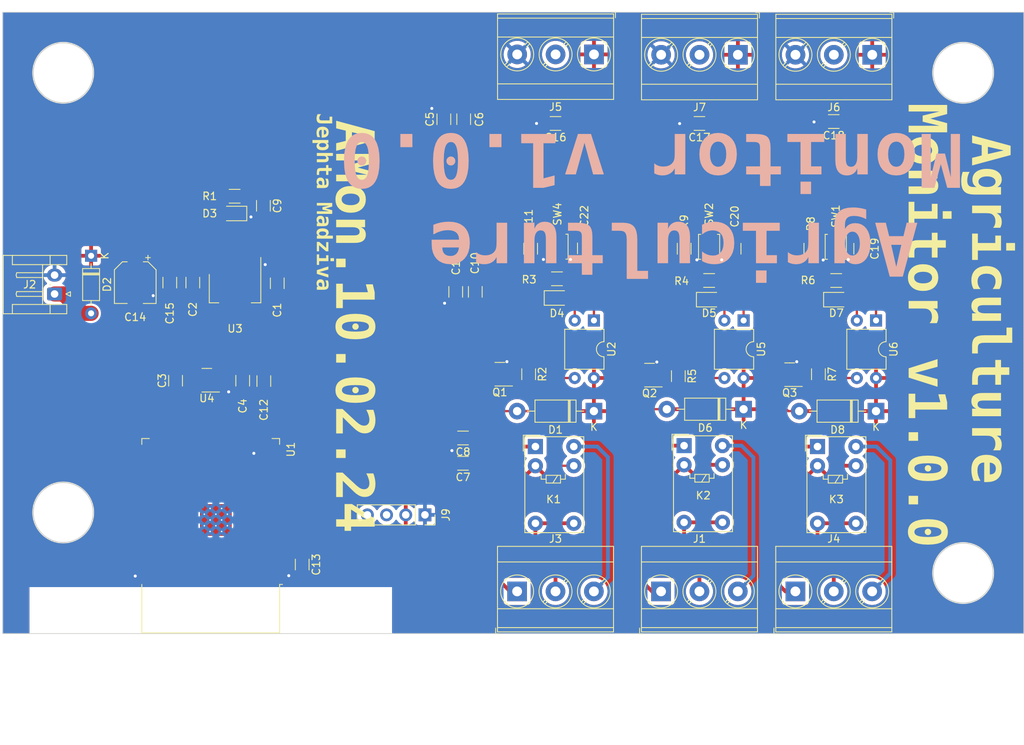
<source format=kicad_pcb>
(kicad_pcb (version 20221018) (generator pcbnew)
  (title_block (title "AMonv1") (date "2024-02-10") (rev "v1.0.0") (company "Jephta Madziva") (comment 1 "Agriculture Monitor version 1 (for one plant)"))
  (layers (0 "F.Cu" signal) (31 "B.Cu" signal) (34 "B.Paste" user) (35 "F.Paste" user) (36 "B.SilkS" user "B.Silkscreen") (37 "F.SilkS" user "F.Silkscreen") (38 "B.Mask" user) (39 "F.Mask" user) (44 "Edge.Cuts" user))
  (net 0 "")
  (net 1 "+5V")
  (net 2 "GND")
  (net 3 "Net-(D1-A)")
  (net 4 "Net-(J1-Pin_1)")
  (net 5 "VBUS")
  (net 6 "+3.3V")
  (net 7 "+BATT")
  (net 8 "Net-(D3-A)")
  (net 9 "IO0")
  (net 10 "Net-(D4-A)")
  (net 11 "Net-(D5-A)")
  (net 12 "Net-(D6-A)")
  (net 13 "Net-(D7-A)")
  (net 14 "Net-(D8-A)")
  (net 15 "Net-(J1-Pin_2)")
  (net 16 "Net-(J1-Pin_3)")
  (net 17 "Net-(J3-Pin_1)")
  (net 18 "Net-(J3-Pin_2)")
  (net 19 "Net-(J3-Pin_3)")
  (net 20 "Net-(J4-Pin_1)")
  (net 21 "Net-(J4-Pin_2)")
  (net 22 "Net-(J4-Pin_3)")
  (net 23 "AN0")
  (net 24 "AN1")
  (net 25 "AN2")
  (net 26 "SCK")
  (net 27 "SDA")
  (net 28 "Net-(Q1-G)")
  (net 29 "Net-(Q2-G)")
  (net 30 "Net-(Q3-G)")
  (net 31 "Net-(R2-Pad1)")
  (net 32 "Net-(R3-Pad2)")
  (net 33 "Net-(R4-Pad2)")
  (net 34 "Net-(R5-Pad1)")
  (net 35 "Net-(R6-Pad2)")
  (net 37 "Net-(R7-Pad1)")
  (net 38 "EN")
  (net 39 "VP")
  (net 40 "VN")
  (net 41 "IO34")
  (net 42 "IO35")
  (net 43 "IO32")
  (net 44 "IO33")
  (net 45 "IO25")
  (net 46 "IO26")
  (net 47 "IO27")
  (net 48 "IO14")
  (net 49 "IO12")
  (net 50 "IO13")
  (net 51 "SD2")
  (net 52 "SD3")
  (net 53 "CMD")
  (net 54 "CLK")
  (net 55 "SD0")
  (net 56 "SD1")
  (net 57 "IO15")
  (net 58 "IO2")
  (net 59 "IO4")
  (net 60 "IO16")
  (net 61 "IO17")
  (net 62 "IO5")
  (net 63 "IO18")
  (net 64 "IO19")
  (net 65 "IO21")
  (net 66 "RXD")
  (net 67 "TX0")
  (net 68 "IO22")
  (net 69 "IO23")
  (footprint "Capacitor_SMD:C_1206_3216Metric" (layer "F.Cu") (at 95.595 74.3795 180)
    (fp_text reference "C8")
    (fp_text value "0.1uF")
  )
  (footprint "Capacitor_SMD:C_1206_3216Metric" (layer "F.Cu") (at 69.228 66.8455 -90)
    (fp_text reference "C12")
    (fp_text value "0.1uF")
  )
  (footprint "TerminalBlock_Phoenix:TerminalBlock_Phoenix_MKDS-3-3-5.08_1x03_P5.08mm_Horizontal" (layer "F.Cu") (at 149.756 23.6255 180)
    (fp_text reference "J6")
    (fp_text value "Moisture")
  )
  (footprint "Capacitor_SMD:C_1206_3216Metric" (layer "F.Cu") (at 95.595 77.7295 180)
    (fp_text reference "C7")
    (fp_text value "0.1uF")
  )
  (footprint "TerminalBlock_Phoenix:TerminalBlock_Phoenix_MKDS-3-3-5.08_1x03_P5.08mm_Horizontal" (layer "F.Cu") (at 131.976 23.6255 180)
    (fp_text reference "J7")
    (fp_text value "Tank")
  )
  (footprint "Capacitor_SMD:C_1206_3216Metric" (layer "F.Cu") (at 107.836 32.7235 180)
    (fp_text reference "C16")
    (fp_text value "0.1uF")
  )
  (footprint "Connector_PinSocket_2.54mm:PinSocket_1x04_P2.54mm_Vertical" (layer "F.Cu") (at 90.554 84.5645 -90)
    (fp_text reference "J9")
    (fp_text value "DISPLAY-I2C")
  )
  (footprint "Resistor_SMD:R_1206_3216Metric" (layer "F.Cu") (at 104.544 49.314 -90)
    (fp_text reference "R11")
    (fp_text value "100k")
  )
  (footprint "LED_SMD:LED_0805_2012Metric" (layer "F.Cu") (at 108.0285 55.8375)
    (fp_text reference "D4")
    (fp_text value "LED")
  )
  (footprint "Button_Switch_SMD:SW_SPST_B3U-1000P" (layer "F.Cu") (at 144.93 49.06 -90)
    (fp_text reference "SW1")
    (fp_text value "SW_Push")
  )
  (footprint "Capacitor_SMD:C_1206_3216Metric" (layer "F.Cu") (at 144.666 32.4695 180)
    (fp_text reference "C18")
    (fp_text value "0.1uF")
  )
  (footprint "Resistor_SMD:R_1206_3216Metric" (layer "F.Cu") (at 124.864 49.314 -90)
    (fp_text reference "R9")
    (fp_text value "100k")
  )
  (footprint "Relay_THT:Relay_SPDT_Omron_G5V-1" (layer "F.Cu") (at 124.854 75.3955)
    (fp_text reference "K2")
    (fp_text value "G5V-1")
  )
  (footprint "Capacitor_SMD:C_1206_3216Metric" (layer "F.Cu") (at 95.684 32.1615 90)
    (fp_text reference "C6")
    (fp_text value "0.1uF")
  )
  (footprint "Connector_JST:JST_EH_S2B-EH_1x02_P2.50mm_Horizontal" (layer "F.Cu") (at 41.5345 55.3095 90)
    (fp_text reference "J2")
    (fp_text value "Conn_01x02")
  )
  (footprint "Capacitor_SMD:C_1206_3216Metric" (layer "F.Cu") (at 94.628 55.0265 -90)
    (fp_text reference "C11")
    (fp_text value "0.1uF")
  )
  (footprint "Diode_THT:D_DO-41_SOD81_P10.16mm_Horizontal" (layer "F.Cu") (at 150.254 70.8235 180)
    (fp_text reference "D8")
    (fp_text value "1N4001")
  )
  (footprint "Resistor_SMD:R_1206_3216Metric" (layer "F.Cu") (at 141.628 49.314 -90)
    (fp_text reference "R8")
    (fp_text value "100k")
  )
  (footprint "TerminalBlock_Phoenix:TerminalBlock_Phoenix_MKDS-3-3-5.08_1x03_P5.08mm_Horizontal" (layer "F.Cu") (at 112.926 23.5795 180)
    (fp_text reference "J5")
    (fp_text value "Temp + Hum")
  )
  (footprint "RF_Module:ESP32-WROOM-32" (layer "F.Cu") (at 62.199 84.3305 180)
    (fp_text reference "U1")
    (fp_text value "ESP32-WROOM-32")
  )
  (footprint "Capacitor_SMD:C_1206_3216Metric" (layer "F.Cu") (at 126.886 32.7235 180)
    (fp_text reference "C17")
    (fp_text value "0.1uF")
  )
  (footprint "Resistor_SMD:R_1206_3216Metric" (layer "F.Cu") (at 128.168 53.5205)
    (fp_text reference "R4")
    (fp_text value "1k")
  )
  (footprint "Capacitor_SMD:C_1206_3216Metric" (layer "F.Cu") (at 57.544 66.7965 -90)
    (fp_text reference "C3")
    (fp_text value "0.33uF")
  )
  (footprint "Resistor_SMD:R_1206_3216Metric" (layer "F.Cu") (at 124.092 66.19 -90)
    (fp_text reference "R5")
    (fp_text value "500")
  )
  (footprint "Relay_THT:Relay_SPDT_Omron_G5V-1" (layer "F.Cu") (at 142.5125 75.518)
    (fp_text reference "K3")
    (fp_text value "G5V-1")
  )
  (footprint "Package_TO_SOT_SMD:SOT-23" (layer "F.Cu") (at 61.6865 66.7305 180)
    (fp_text reference "U4")
    (fp_text value "MCP1700x-330xxTT")
  )
  (footprint "Package_TO_SOT_SMD:SOT-23" (layer "F.Cu") (at 100.47 65.936 180)
    (fp_text reference "Q1")
    (fp_text value "2N7002")
  )
  (footprint "Capacitor_SMD:C_1206_3216Metric" (layer "F.Cu") (at 71.006 53.8915 90)
    (fp_text reference "C1")
    (fp_text value "0.1uF")
  )
  (footprint "Button_Switch_SMD:SW_SPST_B3U-1000P" (layer "F.Cu") (at 128.166 49.06 -90)
    (fp_text reference "SW2")
    (fp_text value "SW_Push")
  )
  (footprint "Capacitor_SMD:CP_Elec_5x3.9" (layer "F.Cu") (at 52.21 53.8055 -90)
    (fp_text reference "C14")
    (fp_text value "470uF 50V")
  )
  (footprint "Resistor_SMD:R_1206_3216Metric" (layer "F.Cu") (at 108.0285 53.2975)
    (fp_text reference "R3")
    (fp_text value "1k")
  )
  (footprint "Capacitor_SMD:C_1206_3216Metric" (layer "F.Cu") (at 131.468 49.314 -90)
    (fp_text reference "C20")
    (fp_text value "100nF")
  )
  (footprint "Relay_THT:Relay_SPDT_Omron_G5V-1" (layer "F.Cu") (at 105.1745 75.518)
    (fp_text reference "K1")
    (fp_text value "G5V-1")
  )
  (footprint "Capacitor_SMD:C_1206_3216Metric" (layer "F.Cu") (at 148.232 49.314 -90)
    (fp_text reference "C19")
    (fp_text value "100nF")
  )
  (footprint "Capacitor_SMD:C_1206_3216Metric" (layer "F.Cu") (at 93.056 32.1665 90)
    (fp_text reference "C5")
    (fp_text value "0.1uF")
  )
  (footprint "Capacitor_SMD:C_1206_3216Metric" (layer "F.Cu") (at 97.217 55.0265 -90)
    (fp_text reference "C10")
    (fp_text value "0.1uF")
  )
  (footprint "Package_DIP:DIP-4_W7.62mm" (layer "F.Cu") (at 112.921 58.817 -90)
    (fp_text reference "U2")
    (fp_text value "PC817")
  )
  (footprint "Package_DIP:DIP-4_W7.62mm" (layer "F.Cu") (at 132.733 58.817 -90)
    (fp_text reference "U5")
    (fp_text value "PC817")
  )
  (footprint "TerminalBlock_Phoenix:TerminalBlock_Phoenix_MKDS-3-3-5.08_1x03_P5.08mm_Horizontal" (layer "F.Cu") (at 102.756 94.6995)
    (fp_text reference "J3")
    (fp_text value "Fan")
  )
  (footprint "Package_TO_SOT_SMD:SOT-23" (layer "F.Cu") (at 138.824 65.9975 180)
    (fp_text reference "Q3")
    (fp_text value "2N7002")
  )
  (footprint "Resistor_SMD:R_1206_3216Metric" (layer "F.Cu") (at 104.28 65.936 -90)
    (fp_text reference "R2")
    (fp_text value "500")
  )
  (footprint "Package_DIP:DIP-4_W7.62mm" (layer "F.Cu") (at 150.259 58.817 -90)
    (fp_text reference "U6")
    (fp_text value "PC817")
  )
  (footprint "Capacitor_SMD:C_1206_3216Metric" (layer "F.Cu") (at 111.656 49.265 -90)
    (fp_text reference "C22")
    (fp_text value "100nF")
  )
  (footprint "LED_SMD:LED_0805_2012Metric" (layer "F.Cu") (at 128.168 56.0605)
    (fp_text reference "D5")
    (fp_text value "LED")
  )
  (footprint "LED_SMD:LED_0805_2012Metric" (layer "F.Cu") (at 65.2855 44.6475 180)
    (fp_text reference "D3")
    (fp_text value "LED")
  )
  (footprint "Capacitor_SMD:C_1206_3216Metric" (layer "F.Cu") (at 59.83 53.8055 -90)
    (fp_text reference "C2")
    (fp_text value "0.33uF")
  )
  (footprint "LED_SMD:LED_0805_2012Metric" (layer "F.Cu") (at 145.0065 56.0605)
    (fp_text reference "D7")
    (fp_text value "LED")
  )
  (footprint "Capacitor_SMD:C_1206_3216Metric" (layer "F.Cu") (at 69.174 43.6315 -90)
    (fp_text reference "C9")
    (fp_text value "0.1uF")
  )
  (footprint "TerminalBlock_Phoenix:TerminalBlock_Phoenix_MKDS-3-3-5.08_1x03_P5.08mm_Horizontal" (layer "F.Cu") (at 121.806 94.6995)
    (fp_text reference "J1")
    (fp_text value "valve")
  )
  (footprint "Capacitor_SMD:C_1206_3216Metric" (layer "F.Cu") (at 74.308 91.1435 -90)
    (fp_text reference "C13")
    (fp_text value "0.1uF")
  )
  (footprint "Resistor_SMD:R_1206_3216Metric" (layer "F.Cu") (at 144.9865 53.5255)
    (fp_text reference "R6")
    (fp_text value "1k")
  )
  (footprint "Package_TO_SOT_SMD:SOT-223-3_TabPin2" (layer "F.Cu") (at 65.418 54.5675 -90)
    (fp_text reference "U3")
    (fp_text value "NCP1117-5.0_SOT223")
  )
  (footprint "Package_TO_SOT_SMD:SOT-23" (layer "F.Cu") (at 120.282 66.0575 180)
    (fp_text reference "Q2")
    (fp_text value "2N7002")
  )
  (footprint "Diode_THT:D_DO-35_SOD27_P7.62mm_Horizontal" (layer "F.Cu") (at 46.368 50.2495 -90)
    (fp_text reference "D2")
    (fp_text value "D_Schottky")
  )
  (footprint "Button_Switch_SMD:SW_SPST_B3U-1000P" (layer "F.Cu") (at 108.1 49.04 -90)
    (fp_text reference "SW4")
    (fp_text value "SW_Push")
  )
  (footprint "TerminalBlock_Phoenix:TerminalBlock_Phoenix_MKDS-3-3-5.08_1x03_P5.08mm_Horizontal" (layer "F.Cu") (at 139.586 94.6995)
    (fp_text reference "J4")
    (fp_text value "Pump")
  )
  (footprint "Diode_THT:D_DO-41_SOD81_P10.16mm_Horizontal" (layer "F.Cu") (at 132.728 70.5695 180)
    (fp_text reference "D6")
    (fp_text value "1N4001")
  )
  (footprint "Capacitor_SMD:C_1206_3216Metric" (layer "F.Cu") (at 56.782 53.8055 -90)
    (fp_text reference "C15")
    (fp_text value "0.1uF")
  )
  (footprint "Diode_THT:D_DO-41_SOD81_P10.16mm_Horizontal" (layer "F.Cu") (at 112.916 70.8235 180)
    (fp_text reference "D1")
    (fp_text value "1N4001")
  )
  (footprint "Resistor_SMD:R_1206_3216Metric" (layer "F.Cu") (at 65.364 42.3615 180)
    (fp_text reference "R1")
    (fp_text value "220")
  )
  (footprint "Resistor_SMD:R_1206_3216Metric" (layer "F.Cu") (at 142.634 65.936 -90)
    (fp_text reference "R7")
    (fp_text value "500")
  )
  (footprint "Capacitor_SMD:C_1206_3216Metric" (layer "F.Cu") (at 66.434 66.7965 -90)
    (fp_text reference "C4")
    (fp_text value "0.1uF")
  )
  (gr_circle (center 42.6786 26.0115) (end 38.6786 26.0115) (stroke (width 0.2)) (fill none) (layer "Edge.Cuts"))
  (gr_circle (center 42.6786 84.2475) (end 38.6786 84.2475) (stroke (width 0.2)) (fill none) (layer "Edge.Cuts"))
  (gr_rect (start 34.6586 17.9915) (end 169.812 100.2875) (stroke (width 0.1)) (fill none) (layer "Edge.Cuts"))
  (gr_circle (center 161.792 26.0115) (end 157.792 26.0115) (stroke (width 0.2)) (fill none) (layer "Edge.Cuts"))
  (gr_circle (center 161.792 92.2675) (end 157.792 92.2675) (stroke (width 0.2)) (fill none) (layer "Edge.Cuts"))
  (gr_text "Agriculture \nMonitor v1.0.0" (at 120.514 32.9215 180) (layer "B.SilkS") (effects (font (size 7 7) (thickness 1) bold) (justify bottom)))
  (gr_text "Agriculture \nMonitor v1.0.0" (at 153.724 59.4515 -90) (layer "F.SilkS") (effects (font (size 5 5) (thickness 1) bold) (justify bottom)))
  (gr_text "Jephta Madziva" (at 75.904 43.1315 -90) (layer "F.SilkS") (effects (font (size 2 2) (thickness 0.375) bold) (justify bottom)))
  (gr_text "AMon.10.02.24" (at 77.954 32.2515 -90) (layer "F.SilkS") (effects (font (size 5 5) (thickness 1) bold) (justify left bottom)))
  (segment (start 124.282 32.7235) (end 124.264 32.7415) (width 0.8) (layer "F.Cu") (net 2))
  (segment (start 143.229 50.7765) (end 143.264 50.8115) (width 0.6) (layer "F.Cu") (net 2))
  (segment (start 146.5755 50.76) (end 146.584 50.7515) (width 0.6) (layer "F.Cu") (net 2))
  (segment (start 139.7615 65.0475) (end 139.7615 64.284) (width 0.5) (layer "F.Cu") (net 2))
  (segment (start 128.1975 50.7915) (end 128.166 50.76) (width 0.6) (layer "F.Cu") (net 2))
  (segment (start 101.4075 64.275) (end 101.404 64.2715) (width 0.8) (layer "F.Cu") (net 2))
  (segment (start 71.006 52.4165) (end 70.413 52.4165) (width 0.8) (layer "F.Cu") (net 2))
  (segment (start 126.5755 50.76) (end 126.544 50.7915) (width 0.6) (layer "F.Cu") (net 2))
  (segment (start 94.628 56.5015) (end 93.184 56.5015) (width 0.8) (layer "F.Cu") (net 2))
  (segment (start 67.909 76.6165) (end 67.909 74.8205) (width 0.6) (layer "F.Cu") (net 2))
  (segment (start 67.0665 44.6475) (end 67.5255 45.1065) (width 0.8) (layer "F.Cu") (net 2))
  (segment (start 111.656 50.74) (end 109.814 50.74) (width 0.6) (layer "F.Cu") (net 2))
  (segment (start 104.544 50.7765) (end 106.1975 50.7765) (width 0.6) (layer "F.Cu") (net 2))
  (segment (start 95.684 30.6865) (end 91.509 30.6865) (width 0.8) (layer "F.Cu") (net 2))
  (segment (start 106.1975 50.7765) (end 106.234 50.74) (width 0.6) (layer "F.Cu") (net 2))
  (segment (start 121.2195 64.346) (end 121.244 64.3215) (width 0.5) (layer "F.Cu") (net 2))
  (segment (start 143.191 32.4695) (end 142.106 32.4695) (width 0.8) (layer "F.Cu") (net 2))
  (segment (start 143.264 50.8115) (end 144.8785 50.8115) (width 0.6) (layer "F.Cu") (net 2))
  (segment (start 60.825 67.6805) (end 60.234 68.2715) (width 0.6) (layer "F.Cu") (net 2))
  (segment (start 129.8365 50.789) (end 129.834 50.7915) (width 0.6) (layer "F.Cu") (net 2))
  (segment (start 63.983 67.6805) (end 64.574 68.2715) (width 0.6) (layer "F.Cu") (net 2))
  (segment (start 141.628 50.7765) (end 143.229 50.7765) (width 0.6) (layer "F.Cu") (net 2))
  (segment (start 57.544 68.2715) (end 60.234 68.2715) (width 0.6) (layer "F.Cu") (net 2))
  (segment (start 109.814 50.74) (end 106.234 50.74) (width 0.6) (layer "F.Cu") (net 2))
  (segment (start 128.166 50.76) (end 126.5755 50.76) (width 0.6) (layer "F.Cu") (net 2))
  (segment (start 52.297 92.5805) (end 52.21 92.6675) (width 0.6) (layer "F.Cu") (net 2))
  (segment (start 146.584 50.7515) (end 148.1945 50.7515) (width 0.6) (layer "F.Cu") (net 2))
  (segment (start 97.217 56.5015) (end 94.628 56.5015) (width 0.8) (layer "F.Cu") (net 2))
  (segment (start 144.8785 50.8115) (end 144.93 50.76) (width 0.6) (layer "F.Cu") (net 2))
  (segment (start 54.11 56.0055) (end 54.584 55.5315) (width 1) (layer "F.Cu") (net 2))
  (segment (start 144.93 50.76) (end 146.5755 50.76) (width 0.6) (layer "F.Cu") (net 2))
  (segment (start 67.909 76.4115) (end 67.909 76.6165) (width 0.6) (layer "F.Cu") (net 2))
  (segment (start 69.174 45.1065) (end 67.5255 45.1065) (width 0.8) (layer "F.Cu") (net 2))
  (segment (start 121.2195 65.1075) (end 121.2195 64.346) (width 0.5) (layer "F.Cu") (net 2))
  (segment (start 62.624 67.6805) (end 63.983 67.6805) (width 0.6) (layer "F.Cu") (net 2))
  (segment (start 67.718 51.4175) (end 69.414 51.4175) (width 0.8) (layer "F.Cu") (net 2))
  (segment (start 91.509 30.6865) (end 91.464 30.7315) (width 0.8) (layer "F.Cu") (net 2))
  (segment (start 52.21 56.0055) (end 54.11 56.0055) (width 1) (layer "F.Cu") (net 2))
  (segment (start 148.1945 50.7515) (end 148.232 50.789) (width 0.6) (layer "F.Cu") (net 2))
  (segment (start 74.308 92.6185) (end 72.53 92.6185) (width 0.6) (layer "F.Cu") (net 2))
  (segment (start 62.624 67.6805) (end 60.825 67.6805) (width 0.6) (layer "F.Cu") (net 2))
  (segment (start 69.228 68.3205) (end 66.483 68.3205) (width 0.6) (layer "F.Cu") (net 2))
  (segment (start 56.782 55.2805) (end 54.835 55.2805) (width 1) (layer "F.Cu") (net 2))
  (segment (start 70.949 92.5805) (end 72.492 92.5805) (width 0.6) (layer "F.Cu") (net 2))
  (segment (start 66.434 68.2715) (end 64.574 68.2715) (width 0.6) (layer "F.Cu") (net 2))
  (segment (start 94.12 74.3795) (end 94.12 77.7295) (width 0.9) (layer "F.Cu") (net 2))
  (segment (start 53.449 92.5805) (end 52.297 92.5805) (width 0.6) (layer "F.Cu") (net 2))
  (segment (start 70.413 52.4165) (end 69.414 51.4175) (width 0.8) (layer "F.Cu") (net 2))
  (segment (start 124.864 50.7765) (end 126.529 50.7765) (width 0.6) (layer "F.Cu") (net 2))
  (segment (start 54.835 55.2805) (end 54.584 55.5315) (width 1) (layer "F.Cu") (net 2))
  (segment (start 142.106 32.4695) (end 142.054 32.5215) (width 0.8) (layer "F.Cu") (net 2))
  (segment (start 93.184 56.5015) (end 93.154 56.5315) (width 0.8) (layer "F.Cu") (net 2))
  (segment (start 66.483 68.3205) (end 66.434 68.2715) (width 0.6) (layer "F.Cu") (net 2))
  (segment (start 129.834 50.7915) (end 128.1975 50.7915) (width 0.6) (layer "F.Cu") (net 2))
  (segment (start 72.492 92.5805) (end 72.53 92.6185) (width 0.6) (layer "F.Cu") (net 2))
  (segment (start 101.4075 64.986) (end 101.4075 64.275) (width 0.5) (layer "F.Cu") (net 2))
  (segment (start 66.223 44.6475) (end 67.0665 44.6475) (width 0.8) (layer "F.Cu") (net 2))
  (segment (start 56.782 55.2805) (end 59.83 55.2805) (width 1) (layer "F.Cu") (net 2))
  (segment (start 139.7615 64.284) (end 139.764 64.2815) (width 0.5) (layer "F.Cu") (net 2))
  (segment (start 105.326 32.7235) (end 105.324 32.7215) (width 0.8) (layer "F.Cu") (net 2))
  (segment (start 125.411 32.7235) (end 124.282 32.7235) (width 0.8) (layer "F.Cu") (net 2))
  (segment (start 131.468 50.789) (end 129.8365 50.789) (width 0.6) (layer "F.Cu") (net 2))
  (segment (start 126.529 50.7765) (end 126.544 50.7915) (width 0.6) (layer "F.Cu") (net 2))
  (segment (start 106.361 32.7235) (end 105.326 32.7235) (width 0.8) (layer "F.Cu") (net 2))
  (via (at 67.909 76.4115) (size 0.8) (drill 0.4) (layers "F.Cu" "B.Cu") (net 2))
  (via (at 143.264 50.8115) (size 0.8) (drill 0.4) (layers "F.Cu" "B.Cu") (net 2))
  (via (at 101.404 64.2715) (size 0.8) (drill 0.4) (layers "F.Cu" "B.Cu") (net 2))
  (via (at 67.5255 45.1065) (size 0.8) (drill 0.4) (layers "F.Cu" "B.Cu") (net 2))
  (via (at 126.544 50.7915) (size 0.8) (drill 0.4) (layers "F.Cu" "B.Cu") (net 2))
  (via (at 121.244 64.3215) (size 0.8) (drill 0.4) (layers "F.Cu" "B.Cu") (net 2))
  (via (at 52.21 92.6675) (size 0.8) (drill 0.4) (layers "F.Cu" "B.Cu") (net 2))
  (via (at 69.414 51.4175) (size 0.8) (drill 0.4) (layers "F.Cu" "B.Cu") (net 2))
  (via (at 105.324 32.7215) (size 0.8) (drill 0.4) (layers "F.Cu" "B.Cu") (net 2))
  (via (at 124.264 32.7415) (size 0.8) (drill 0.4) (layers "F.Cu" "B.Cu") (net 2))
  (via (at 64.574 68.2715) (size 0.8) (drill 0.4) (layers "F.Cu" "B.Cu") (net 2))
  (via (at 91.464 30.7315) (size 0.8) (drill 0.4) (layers "F.Cu" "B.Cu") (net 2))
  (via (at 139.764 64.2815) (size 0.8) (drill 0.4) (layers "F.Cu" "B.Cu") (net 2))
  (via (at 109.814 50.74) (size 0.8) (drill 0.4) (layers "F.Cu" "B.Cu") (net 2))
  (via (at 106.234 50.74) (size 0.8) (drill 0.4) (layers "F.Cu" "B.Cu") (net 2))
  (via (at 72.53 92.6185) (size 0.8) (drill 0.4) (layers "F.Cu" "B.Cu") (net 2))
  (via (at 146.584 50.7515) (size 0.8) (drill 0.4) (layers "F.Cu" "B.Cu") (net 2))
  (via (at 142.054 32.5215) (size 0.8) (drill 0.4) (layers "F.Cu" "B.Cu") (net 2))
  (via (at 129.834 50.7915) (size 0.8) (drill 0.4) (layers "F.Cu" "B.Cu") (net 2))
  (via (at 54.584 55.5315) (size 0.8) (drill 0.4) (layers "F.Cu" "B.Cu") (net 2))
  (via (at 94.12 76.0515) (size 0.8) (drill 0.4) (layers "F.Cu" "B.Cu") (net 2))
  (via (at 93.154 56.5315) (size 0.8) (drill 0.4) (layers "F.Cu" "B.Cu") (net 2))
  (segment (start 100.724 70.8235) (end 102.756 70.8235) (width 0.3) (layer "F.Cu") (net 3))
  (segment (start 107.582 71.8395) (end 106.566 70.8235) (width 0.3) (layer "F.Cu") (net 3))
  (segment (start 99.5325 69.632) (end 100.724 70.8235) (width 0.3) (layer "F.Cu") (net 3))
  (segment (start 106.566 70.8235) (end 102.756 70.8235) (width 0.3) (layer "F.Cu") (net 3))
  (segment (start 107.582 77.1735) (end 107.582 71.8395) (width 0.3) (layer "F.Cu") (net 3))
  (segment (start 110.2545 78.058) (end 108.4665 78.058) (width 0.3) (layer "F.Cu") (net 3))
  (segment (start 99.5325 65.936) (end 99.5325 69.632) (width 0.3) (layer "F.Cu") (net 3))
  (segment (start 108.4665 78.058) (end 107.582 77.1735) (width 0.3) (layer "F.Cu") (net 3))
  (segment (start 119.614 76.9715) (end 121.19 75.3955) (width 0.5) (layer "F.Cu") (net 4))
  (segment (start 121.806 94.6995) (end 120.612 94.6995) (width 0.5) (layer "F.Cu") (net 4))
  (segment (start 119.614 93.7015) (end 119.614 76.9715) (width 0.5) (layer "F.Cu") (net 4))
  (segment (start 121.19 75.3955) (end 124.854 75.3955) (width 0.5) (layer "F.Cu") (net 4))
  (segment (start 120.612 94.6995) (end 119.614 93.7015) (width 0.5) (layer "F.Cu") (net 4))
  (segment (start 56.782 52.3305) (end 59.83 52.3305) (width 1) (layer "F.Cu") (net 5))
  (segment (start 56.782 52.3305) (end 58.235 52.3305) (width 1) (layer "F.Cu") (net 5))
  (segment (start 62.205 52.3305) (end 63.118 51.4175) (width 1) (layer "F.Cu") (net 5))
  (segment (start 59.83 52.3305) (end 59.83 51.3575) (width 1) (layer "F.Cu") (net 5))
  (segment (start 59.89 51.4175) (end 59.83 51.3575) (width 1) (layer "F.Cu") (net 5))
  (segment (start 62.112 50.4115) (end 63.118 51.4175) (width 1) (layer "F.Cu") (net 5))
  (segment (start 63.118 51.4175) (end 59.89 51.4175) (width 1) (layer "F.Cu") (net 5))
  (segment (start 59.974 50.5915) (end 60.154 50.4115) (width 1) (layer "F.Cu") (net 5))
  (segment (start 59.83 52.3305) (end 62.205 52.3305) (width 1) (layer "F.Cu") (net 5))
  (segment (start 57.274 50.5915) (end 59.974 50.5915) (width 1) (layer "F.Cu") (net 5))
  (segment (start 56.782 51.0835) (end 57.274 50.5915) (width 1) (layer "F.Cu") (net 5))
  (segment (start 59.83 51.3575) (end 59.519 51.0465) (width 1) (layer "F.Cu") (net 5))
  (segment (start 59.519 51.0465) (end 59.974 50.5915) (width 1) (layer "F.Cu") (net 5))
  (segment (start 58.888 51.6055) (end 58.924 51.6415) (width 1) (layer "F.Cu") (net 5))
  (segment (start 56.782 52.3305) (end 56.782 51.0835) (width 1) (layer "F.Cu") (net 5))
  (segment (start 52.21 51.6055) (end 58.888 51.6055) (width 1) (layer "F.Cu") (net 5))
  (segment (start 60.154 50.4115) (end 62.112 50.4115) (width 1) (layer "F.Cu") (net 5))
  (segment (start 58.235 52.3305) (end 58.924 51.6415) (width 1) (layer "F.Cu") (net 5))
  (segment (start 58.924 51.6415) (end 59.519 51.0465) (width 1) (layer "F.Cu") (net 5))
  (segment (start 41.5345 55.3095) (end 42.694 55.3095) (width 2) (layer "F.Cu") (net 7))
  (segment (start 46.368 57.8695) (end 45.254 57.8695) (width 2) (layer "F.Cu") (net 7))
  (segment (start 45.254 57.8695) (end 42.694 55.3095) (width 2) (layer "F.Cu") (net 7))
  (segment (start 63.9015 42.3615) (end 63.9015 44.201) (width 0.3) (layer "F.Cu") (net 8))
  (segment (start 63.9015 44.201) (end 64.348 44.6475) (width 0.3) (layer "F.Cu") (net 8))
  (segment (start 110.381 56.3505) (end 109.868 55.8375) (width 0.3) (layer "F.Cu") (net 10))
  (segment (start 110.381 58.817) (end 110.381 56.3505) (width 0.3) (layer "F.Cu") (net 10))
  (segment (start 108.966 55.8375) (end 109.868 55.8375) (width 0.3) (layer "F.Cu") (net 10))
  (segment (start 130.193 56.3505) (end 130.193 58.817) (width 0.3) (layer "F.Cu") (net 11))
  (segment (start 129.1055 56.0605) (end 129.903 56.0605) (width 0.3) (layer "F.Cu") (net 11))
  (segment (start 129.903 56.0605) (end 130.193 56.3505) (width 0.3) (layer "F.Cu") (net 11))
  (segment (start 127.394 76.9195) (end 128.41 77.9355) (width 0.5) (layer "F.Cu") (net 12))
  (segment (start 128.41 77.9355) (end 129.934 77.9355) (width 0.5) (layer "F.Cu") (net 12))
  (segment (start 127.394 71.5855) (end 127.394 76.9195) (width 0.5) (layer "F.Cu") (net 12))
  (segment (start 126.378 70.5695) (end 127.394 71.5855) (width 0.5) (layer "F.Cu") (net 12))
  (segment (start 119.3445 66.0575) (end 119.3445 69.632) (width 0.3) (layer "F.Cu") (net 12))
  (segment (start 119.3445 69.632) (end 120.282 70.5695) (width 0.3) (layer "F.Cu") (net 12))
  (segment (start 122.568 70.5695) (end 126.378 70.5695) (width 0.5) (layer "F.Cu") (net 12))
  (segment (start 120.282 70.5695) (end 122.568 70.5695) (width 0.3) (layer "F.Cu") (net 12))
  (segment (start 145.944 56.0605) (end 147.429 56.0605) (width 0.3) (layer "F.Cu") (net 13))
  (segment (start 147.429 56.0605) (end 147.719 56.3505) (width 0.3) (layer "F.Cu") (net 13))
  (segment (start 147.719 56.3505) (end 147.719 58.817) (width 0.3) (layer "F.Cu") (net 13))
  (segment (start 147.5925 78.058) (end 146.0585 78.058) (width 0.5) (layer "F.Cu") (net 14))
  (segment (start 140.094 70.8235) (end 144.412 70.8235) (width 0.5) (layer "F.Cu") (net 14))
  (segment (start 145.174 71.5855) (end 145.174 77.1735) (width 0.5) (layer "F.Cu") (net 14))
  (segment (start 145.174 77.1735) (end 146.0585 78.058) (width 0.5) (layer "F.Cu") (net 14))
  (segment (start 137.8865 65.9975) (end 137.8865 70.0615) (width 0.3) (layer "F.Cu") (net 14))
  (segment (start 140.094 70.8235) (end 138.6485 70.8235) (width 0.3) (layer "F.Cu") (net 14))
  (segment (start 144.412 70.8235) (end 145.174 71.5855) (width 0.5) (layer "F.Cu") (net 14))
  (segment (start 138.6485 70.8235) (end 137.8865 70.0615) (width 0.3) (layer "F.Cu") (net 14))
  (segment (start 126.886 90.6135) (end 126.324 90.0515) (width 0.5) (layer "F.Cu") (net 15))
  (segment (start 126.324 90.0515) (end 125.534 90.0515) (width 0.5) (layer "F.Cu") (net 15))
  (segment (start 124.854 85.5555) (end 129.934 85.5555) (width 0.5) (layer "F.Cu") (net 15))
  (segment (start 126.886 94.6995) (end 126.886 90.6135) (width 0.5) (layer "F.Cu") (net 15))
  (segment (start 124.854 89.3715) (end 125.534 90.0515) (width 0.5) (layer "F.Cu") (net 15))
  (segment (start 124.854 85.5555) (end 124.854 89.3715) (width 0.5) (layer "F.Cu") (net 15))
  (segment (start 131.966 94.6995) (end 134.024 92.6415) (width 0.5) (layer "B.Cu") (net 16))
  (segment (start 134.024 92.6415) (end 134.024 76.9615) (width 0.5) (layer "B.Cu") (net 16))
  (segment (start 134.024 76.9615) (end 132.458 75.3955) (width 0.5) (layer "B.Cu") (net 16))
  (segment (start 132.458 75.3955) (end 129.934 75.3955) (width 0.5) (layer "B.Cu") (net 16))
  (segment (start 101.822 94.6995) (end 100.724 93.6015) (width 0.5) (layer "F.Cu") (net 17))
  (segment (start 102.8775 75.518) (end 105.1745 75.518) (width 0.5) (layer "F.Cu") (net 17))
  (segment (start 100.724 93.6015) (end 100.724 77.6715) (width 0.5) (layer "F.Cu") (net 17))
  (segment (start 100.724 77.6715) (end 102.8775 75.518) (width 0.5) (layer "F.Cu") (net 17))
  (segment (start 102.756 94.6995) (end 101.822 94.6995) (width 0.5) (layer "F.Cu") (net 17))
  (segment (start 105.904 89.3015) (end 105.164 88.5615) (width 0.5) (layer "F.Cu") (net 18))
  (segment (start 105.164 88.5615) (end 105.1745 88.551) (width 0.5) (layer "F.Cu") (net 18))
  (segment (start 105.1745 85.678) (end 110.2545 85.678) (width 0.5) (layer "F.Cu") (net 18))
  (segment (start 107.836 94.6995) (end 107.836 90.0235) (width 0.5) (layer "F.Cu") (net 18))
  (segment (start 105.1745 88.551) (end 105.1745 85.678) (width 0.5) (layer "F.Cu") (net 18))
  (segment (start 107.114 89.3015) (end 105.904 89.3015) (width 0.5) (layer "F.Cu") (net 18))
  (segment (start 107.836 90.0235) (end 107.114 89.3015) (width 0.5) (layer "F.Cu") (net 18))
  (segment (start 114.774 76.9215) (end 113.364 75.5115) (width 0.5) (layer "B.Cu") (net 19))
  (segment (start 113.3575 75.518) (end 110.2545 75.518) (width 0.5) (layer "B.Cu") (net 19))
  (segment (start 114.774 92.8415) (end 114.774 76.9215) (width 0.5) (layer "B.Cu") (net 19))
  (segment (start 113.364 75.5115) (end 113.3575 75.518) (width 0.5) (layer "B.Cu") (net 19))
  (segment (start 112.916 94.6995) (end 114.774 92.8415) (width 0.5) (layer "B.Cu") (net 19))
  (segment (start 137.494 93.9215) (end 137.494 77.0215) (width 0.5) (layer "F.Cu") (net 20))
  (segment (start 138.272 94.6995) (end 137.494 93.9215) (width 0.5) (layer "F.Cu") (net 20))
  (segment (start 139.586 94.6995) (end 138.272 94.6995) (width 0.5) (layer "F.Cu") (net 20))
  (segment (start 139.014 75.5015) (end 139.0305 75.518) (width 0.5) (layer "F.Cu") (net 20))
  (segment (start 137.494 77.0215) (end 139.014 75.5015) (width 0.5) (layer "F.Cu") (net 20))
  (segment (start 139.0305 75.518) (end 142.5125 75.518) (width 0.5) (layer "F.Cu") (net 20))
  (segment (start 142.5125 89.66) (end 142.5125 85.678) (width 0.5) (layer "F.Cu") (net 21))
  (segment (start 144.666 90.6535) (end 144.169 90.1565) (width 0.5) (layer "F.Cu") (net 21))
  (segment (start 144.666 94.6995) (end 144.666 90.6535) (width 0.5) (layer "F.Cu") (net 21))
  (segment (start 143.009 90.1565) (end 142.5125 89.66) (width 0.5) (layer "F.Cu") (net 21))
  (segment (start 142.5125 85.678) (end 147.5925 85.678) (width 0.5) (layer "F.Cu") (net 21))
  (segment (start 144.169 90.1565) (end 143.009 90.1565) (width 0.5) (layer "F.Cu") (net 21))
  (segment (start 150.3205 75.518) (end 147.5925 75.518) (width 0.5) (layer "B.Cu") (net 22))
  (segment (start 152.144 77.3415) (end 150.3205 75.518) (width 0.5) (layer "B.Cu") (net 22))
  (segment (start 152.144 92.3015) (end 152.144 77.3415) (width 0.5) (layer "B.Cu") (net 22))
  (segment (start 149.746 94.6995) (end 152.144 92.3015) (width 0.5) (layer "B.Cu") (net 22))
  (segment (start 104.28 67.3985) (end 101.92 67.3985) (width 0.3) (layer "F.Cu") (net 28))
  (segment (start 101.92 67.3985) (end 101.4075 66.886) (width 0.3) (layer "F.Cu") (net 28))
  (segment (start 121.2195 67.0075) (end 122.177 67.0075) (width 0.3) (layer "F.Cu") (net 29))
  (segment (start 122.177 67.0075) (end 122.822 67.6525) (width 0.3) (layer "F.Cu") (net 29))
  (segment (start 124.092 67.6525) (end 122.822 67.6525) (width 0.3) (layer "F.Cu") (net 29))
  (segment (start 140.913 66.9475) (end 141.364 67.3985) (width 0.3) (layer "F.Cu") (net 30))
  (segment (start 139.7615 66.9475) (end 140.913 66.9475) (width 0.3) (layer "F.Cu") (net 30))
  (segment (start 142.634 67.3985) (end 141.364 67.3985) (width 0.3) (layer "F.Cu") (net 30))
  (segment (start 106.82 64.4735) (end 104.28 64.4735) (width 0.3) (layer "F.Cu") (net 31))
  (segment (start 107.455 65.8705) (end 107.455 65.1085) (width 0.3) (layer "F.Cu") (net 31))
  (segment (start 108.0215 66.437) (end 107.455 65.8705) (width 0.3) (layer "F.Cu") (net 31))
  (segment (start 107.455 65.1085) (end 106.82 64.4735) (width 0.3) (layer "F.Cu") (net 31))
  (segment (start 110.381 66.437) (end 108.0215 66.437) (width 0.3) (layer "F.Cu") (net 31))
  (segment (start 112.921 54.5725) (end 111.646 53.2975) (width 0.3) (layer "F.Cu") (net 32))
  (segment (start 111.646 53.2975) (end 109.491 53.2975) (width 0.3) (layer "F.Cu") (net 32))
  (segment (start 112.921 58.817) (end 112.921 54.5725) (width 0.3) (layer "F.Cu") (net 32))
  (segment (start 132.733 54.3185) (end 131.935 53.5205) (width 0.3) (layer "F.Cu") (net 33))
  (segment (start 132.733 58.817) (end 132.733 54.3185) (width 0.3) (layer "F.Cu") (net 33))
  (segment (start 131.935 53.5205) (end 129.6305 53.5205) (width 0.3) (layer "F.Cu") (net 33))
  (segment (start 126.886 66.183) (end 127.14 66.437) (width 0.3) (layer "F.Cu") (net 34))
  (segment (start 127.14 66.437) (end 130.193 66.437) (width 0.3) (layer "F.Cu") (net 34))
  (segment (start 124.092 64.7275) (end 126.632 64.7275) (width 0.3) (layer "F.Cu") (net 34))
  (segment (start 126.886 64.9815) (end 126.886 66.183) (width 0.3) (layer "F.Cu") (net 34))
  (segment (start 126.632 64.7275) (end 126.886 64.9815) (width 0.3) (layer "F.Cu") (net 34))
  (segment (start 150.259 54.3185) (end 150.259 58.817) (width 0.3) (layer "F.Cu") (net 35))
  (segment (start 146.449 53.5255) (end 149.466 53.5255) (width 0.3) (layer "F.Cu") (net 35))
  (segment (start 149.466 53.5255) (end 150.259 54.3185) (width 0.3) (layer "F.Cu") (net 35))
  (segment (start 144.92 64.4735) (end 142.634 64.4735) (width 0.3) (layer "F.Cu") (net 37))
  (segment (start 147.719 66.437) (end 145.8675 66.437) (width 0.3) (layer "F.Cu") (net 37))
  (segment (start 145.428 65.9975) (end 145.428 64.9815) (width 0.3) (layer "F.Cu") (net 37))
  (segment (start 145.8675 66.437) (end 145.428 65.9975) (width 0.3) (layer "F.Cu") (net 37))
  (segment (start 145.428 64.9815) (end 144.92 64.4735) (width 0.3) (layer "F.Cu") (net 37))
  (segment (start 78.645 84.9605) (end 83.469 80.1365) (width 0.3) (layer "F.Cu") (net 42))
  (segment (start 83.469 80.1365) (end 83.464 80.1315) (width 0.3) (layer "F.Cu") (net 42))
  (segment (start 83.464 67.8215) (end 89.384 61.9015) (width 0.3) (layer "F.Cu") (net 42))
  (segment (start 137.604 57.1115) (end 138.655 56.0605) (width 0.3) (layer "F.Cu") (net 42))
  (segment (start 137.604 60.6315) (end 137.604 57.1115) (width 0.3) (layer "F.Cu") (net 42))
  (segment (start 89.384 61.9015) (end 136.334 61.9015) (width 0.3) (layer "F.Cu") (net 42))
  (segment (start 70.949 84.9605) (end 78.645 84.9605) (width 0.3) (layer "F.Cu") (net 42))
  (segment (start 138.655 56.0605) (end 144.069 56.0605) (width 0.3) (layer "F.Cu") (net 42))
  (segment (start 136.334 61.9015) (end 137.604 60.6315) (width 0.3) (layer "F.Cu") (net 42))
  (segment (start 83.464 80.1315) (end 83.464 67.8215) (width 0.3) (layer "F.Cu") (net 42))
  (segment (start 121.284 56.0615) (end 119.874 57.4715) (width 0.3) (layer "F.Cu") (net 43))
  (segment (start 123.055 56.0605) (end 123.054 56.0615) (width 0.3) (layer "F.Cu") (net 43))
  (segment (start 82.0035 79.911) (end 82.0035 67.602) (width 0.3) (layer "F.Cu") (net 43))
  (segment (start 82.0035 67.602) (end 89.064 60.5415) (width 0.3) (layer "F.Cu") (net 43))
  (segment (start 119.874 57.4715) (end 119.874 59.0315) (width 0.3) (layer "F.Cu") (net 43))
  (segment (start 123.054 56.0615) (end 121.284 56.0615) (width 0.3) (layer "F.Cu") (net 43))
  (segment (start 118.364 60.5415) (end 119.874 59.0315) (width 0.3) (layer "F.Cu") (net 43))
  (segment (start 127.2305 56.0605) (end 123.055 56.0605) (width 0.3) (layer "F.Cu") (net 43))
  (segment (start 78.224 83.6905) (end 70.949 83.6905) (width 0.3) (layer "F.Cu") (net 43))
  (segment (start 82.0035 79.911) (end 78.224 83.6905) (width 0.3) (layer "F.Cu") (net 43))
  (segment (start 89.064 60.5415) (end 118.364 60.5415) (width 0.3) (layer "F.Cu") (net 43))
  (segment (start 102.664 56.7415) (end 103.568 55.8375) (width 0.3) (layer "F.Cu") (net 44))
  (segment (start 103.568 55.8375) (end 107.091 55.8375) (width 0.3) (layer "F.Cu") (net 44))
  (segment (start 70.949 82.4205) (end 77.905 82.4205) (width 0.3) (layer "F.Cu") (net 44))
  (segment (start 101.344 59.5415) (end 102.664 58.2215) (width 0.3) (layer "F.Cu") (net 44))
  (segment (start 77.905 82.4205) (end 80.604 79.7215) (width 0.3) (layer "F.Cu") (net 44))
  (segment (start 80.604 66.9915) (end 88.054 59.5415) (width 0.3) (layer "F.Cu") (net 44))
  (segment (start 80.604 79.7215) (end 80.604 66.9915) (width 0.3) (layer "F.Cu") (net 44))
  (segment (start 88.054 59.5415) (end 101.344 59.5415) (width 0.3) (layer "F.Cu") (net 44))
  (segment (start 102.664 58.2215) (end 102.664 56.7415) (width 0.3) (layer "F.Cu") (net 44))
  (segment (start 108.1 47.34) (end 111.206 47.34) (width 0.3) (layer "F.Cu") (net 45))
  (segment (start 77.344 64.9115) (end 77.344 77.7815) (width 0.3) (layer "F.Cu") (net 45))
  (segment (start 96.354 45.9015) (end 77.344 64.9115) (width 0.3) (layer "F.Cu") (net 45))
  (segment (start 111.206 47.34) (end 111.656 47.79) (width 0.3) (layer "F.Cu") (net 45))
  (segment (start 77.344 77.7815) (end 73.975 81.1505) (width 0.3) (layer "F.Cu") (net 45))
  (segment (start 73.975 81.1505) (end 70.949 81.1505) (width 0.3) (layer "F.Cu") (net 45))
  (segment (start 107.654 45.9015) (end 96.354 45.9015) (width 0.3) (layer "F.Cu") (net 45))
  (segment (start 108.1 47.34) (end 108.1 46.3475) (width 0.3) (layer "F.Cu") (net 45))
  (segment (start 108.1 46.3475) (end 107.654 45.9015) (width 0.3) (layer "F.Cu") (net 45))
  (segment (start 128.166 45.6595) (end 127.608 45.1015) (width 0.3) (layer "F.Cu") (net 46))
  (segment (start 127.608 45.1015) (end 95.634 45.1015) (width 0.3) (layer "F.Cu") (net 46))
  (segment (start 73.725 79.8805) (end 70.949 79.8805) (width 0.3) (layer "F.Cu") (net 46))
  (segment (start 76.314 64.4215) (end 76.314 77.2915) (width 0.3) (layer "F.Cu") (net 46))
  (segment (start 95.634 45.1015) (end 76.314 64.4215) (width 0.3) (layer "F.Cu") (net 46))
  (segment (start 128.166 45.6595) (end 128.166 47.36) (width 0.3) (layer "F.Cu") (net 46))
  (segment (start 128.184 45.6415) (end 128.166 45.6595) (width 0.3) (layer "F.Cu") (net 46))
  (segment (start 76.314 77.2915) (end 73.725 79.8805) (width 0.3) (layer "F.Cu") (net 46))
  (segment (start 130.989 47.36) (end 131.468 47.839) (width 0.3) (layer "F.Cu") (net 46))
  (segment (start 128.166 47.36) (end 130.989 47.36) (width 0.3) (layer "F.Cu") (net 46))
  (segment (start 144.144 44.0515) (end 144.93 44.8375) (width 0.3) (layer "F.Cu") (net 47))
  (segment (start 144.93 44.8375) (end 144.93 47.36) (width 0.3) (layer "F.Cu") (net 47))
  (segment (start 74.824 76.9115) (end 74.824 63.9915) (width 0.3) (layer "F.Cu") (net 47))
  (segment (start 94.764 44.0515) (end 144.144 44.0515) (width 0.3) (layer "F.Cu") (net 47))
  (segment (start 144.93 47.36) (end 147.753 47.36) (width 0.3) (layer "F.Cu") (net 47))
  (segment (start 73.125 78.6105) (end 74.824 76.9115) (width 0.3) (layer "F.Cu") (net 47))
  (segment (start 74.824 63.9915) (end 94.764 44.0515) (width 0.3) (layer "F.Cu") (net 47))
  (segment (start 70.949 78.6105) (end 73.125 78.6105) (width 0.3) (layer "F.Cu") (net 47))
  (segment (start 147.753 47.36) (end 148.232 47.839) (width 0.3) (layer "F.Cu") (net 47))
  (zone (net 6) (net_name "+3.3V") (layer "F.Cu") (priority 1) (connect_pads (clearance 0.5)) (min_thickness 0.25) (fill yes (thermal_gap 0.5) (thermal_bridge_width 0.5))
    (polygon (pts (xy 86.274 68.5575) (xy 95.644 61.4255) (xy 151.27 61.4255) (xy 154.064 58.1235) (xy 154.064 43.1375) (xy 151.524 40.0895) (xy 92.804 40.0515) (xy 89.724 42.6815) (xy 82.844 50.0615) (xy 70.064 62.9215) (xy 67.234 63.7215) (xy 63.386 63.7115) (xy 61.862 65.2355) (xy 61.862 69.2995) (xy 59.576 71.5855) (xy 34.684 71.5855) (xy 34.684 100.2875) (xy 86.274 100.3075)))
  )
  (zone (net 1) (net_name "+5V") (layer "F.Cu") (connect_pads (clearance 0.5)) (min_thickness 0.25) (fill yes (thermal_gap 0.5) (thermal_bridge_width 0.5))
    (polygon (pts (xy 56.02 70.3155) (xy 54.75 69.0455) (xy 54.75 64.4735) (xy 56.274 63.4575) (xy 58.064 63.2315) (xy 61.154 60.7235) (xy 61.154 40.6575) (xy 63.242 38.4495) (xy 69.104 38.3915) (xy 71.714 34.2015) (xy 71.654 18.0315) (xy 76.284 18.0215) (xy 169.812 17.9915) (xy 169.812 100.2875) (xy 90.31 100.2875) (xy 87.262 97.7475) (xy 87.262 69.2995) (xy 95.848 62.7535) (xy 152.744 62.7535) (xy 155.894 58.8215) (xy 155.842 41.6135) (xy 152.794 38.3115) (xy 91.834 38.3115) (xy 88.564 41.1915) (xy 82.524 47.2915) (xy 78.794 51.3215) (xy 75.664 54.9515) (xy 73.754 57.0715) (xy 71.654 59.5115) (xy 69.324 61.8015) (xy 66.934 62.5315) (xy 63.154 62.5415) (xy 60.534 65.3615) (xy 60.592 69.0455) (xy 59.322 70.3155)))
  )
  (zone (net 5) (net_name "VBUS") (layer "F.Cu") (priority 2) (connect_pads (clearance 0.5)) (min_thickness 0.25) (fill yes (thermal_gap 0.5) (thermal_bridge_width 0.5))
    (polygon (pts (xy 34.684 69.8075) (xy 52.718 69.8075) (xy 53.48 69.0455) (xy 53.48 63.7115) (xy 55.766 62.1875) (xy 57.544 62.1875) (xy 60.084 60.1555) (xy 60.084 40.3435) (xy 62.684 37.6215) (xy 68.426 37.6055) (xy 70.564 34.0215) (xy 70.414 17.9715) (xy 68.084 17.9515) (xy 34.684 17.9915)))
  )
  (zone (net 2) (net_name "GND") (layer "B.Cu") (priority 3) (connect_pads (clearance 0.5)) (min_thickness 0.25) (fill yes (thermal_gap 0.5) (thermal_bridge_width 0.5))
    (polygon (pts (xy 34.684 100.2875) (xy 34.684 17.9915) (xy 169.812 17.9915) (xy 169.812 100.2875)))
  )
)
</source>
